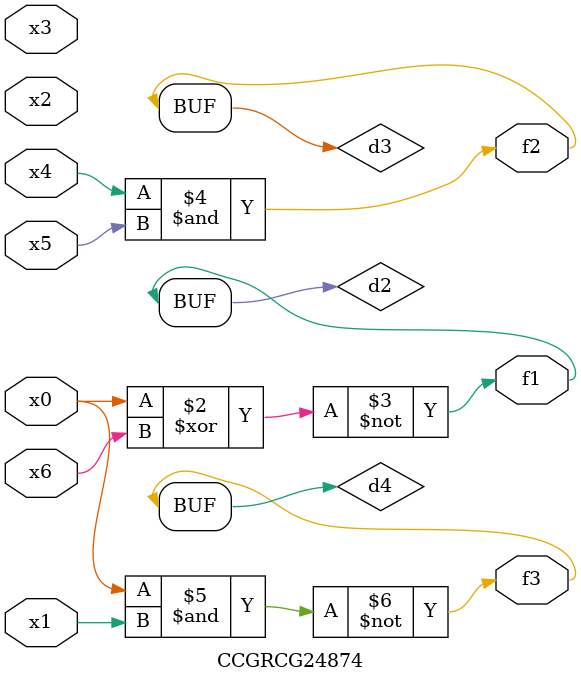
<source format=v>
module CCGRCG24874(
	input x0, x1, x2, x3, x4, x5, x6,
	output f1, f2, f3
);

	wire d1, d2, d3, d4;

	nor (d1, x0);
	xnor (d2, x0, x6);
	and (d3, x4, x5);
	nand (d4, x0, x1);
	assign f1 = d2;
	assign f2 = d3;
	assign f3 = d4;
endmodule

</source>
